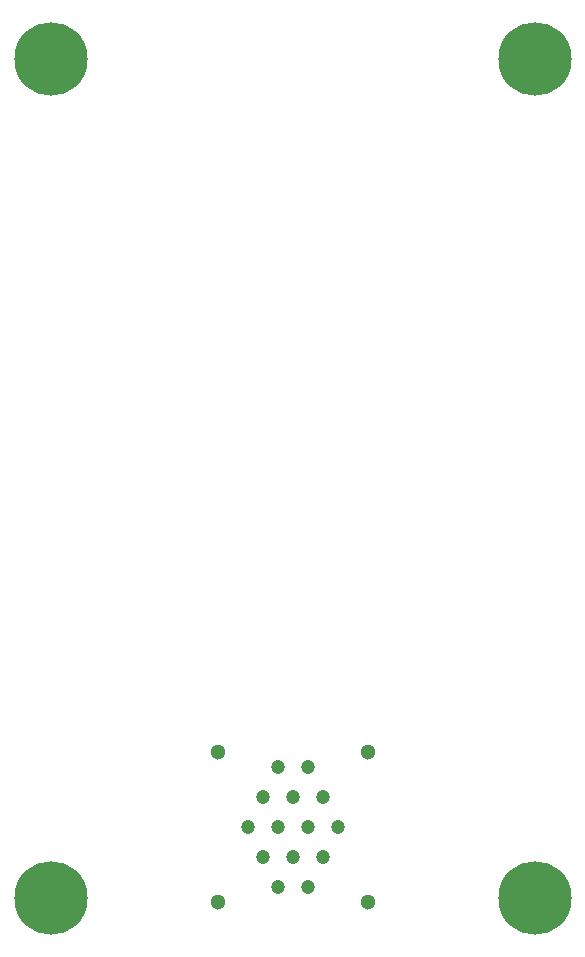
<source format=gbs>
G04*
G04 #@! TF.GenerationSoftware,Altium Limited,Altium Designer,23.11.1 (41)*
G04*
G04 Layer_Color=16711935*
%FSLAX25Y25*%
%MOIN*%
G70*
G04*
G04 #@! TF.SameCoordinates,CB1B34B6-0843-45E9-8427-EF7A7B179012*
G04*
G04*
G04 #@! TF.FilePolarity,Negative*
G04*
G01*
G75*
%ADD49C,0.24422*%
%ADD50C,0.04724*%
%ADD51C,0.05118*%
D49*
X80709Y-139764D02*
D03*
X-80709Y139764D02*
D03*
X80709D02*
D03*
X-80709Y-139764D02*
D03*
D50*
X-5000Y-116142D02*
D03*
X0Y-106142D02*
D03*
X-10000D02*
D03*
X5000Y-116142D02*
D03*
X-15000D02*
D03*
X10000Y-106142D02*
D03*
X15000Y-116142D02*
D03*
X-5000Y-96142D02*
D03*
X5000D02*
D03*
X10000Y-126142D02*
D03*
X-10000D02*
D03*
X5000Y-136142D02*
D03*
X-5000D02*
D03*
X0Y-126142D02*
D03*
D51*
X25000Y-91142D02*
D03*
Y-141142D02*
D03*
X-25000D02*
D03*
Y-91142D02*
D03*
M02*

</source>
